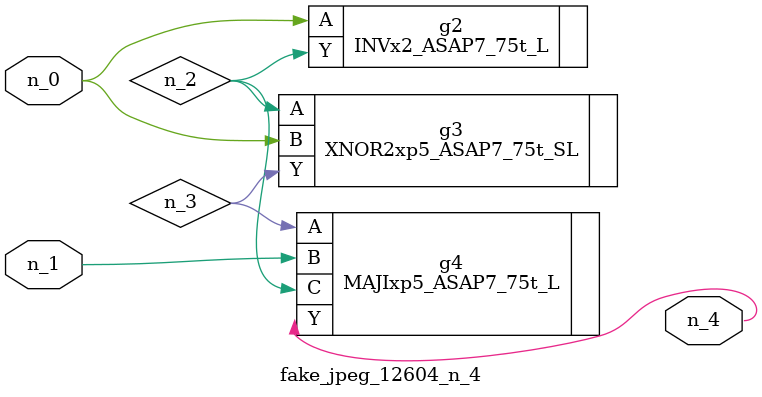
<source format=v>
module fake_jpeg_12604_n_4 (n_0, n_1, n_4);

input n_0;
input n_1;

output n_4;

wire n_2;
wire n_3;

INVx2_ASAP7_75t_L g2 ( 
.A(n_0),
.Y(n_2)
);

XNOR2xp5_ASAP7_75t_SL g3 ( 
.A(n_2),
.B(n_0),
.Y(n_3)
);

MAJIxp5_ASAP7_75t_L g4 ( 
.A(n_3),
.B(n_1),
.C(n_2),
.Y(n_4)
);


endmodule
</source>
